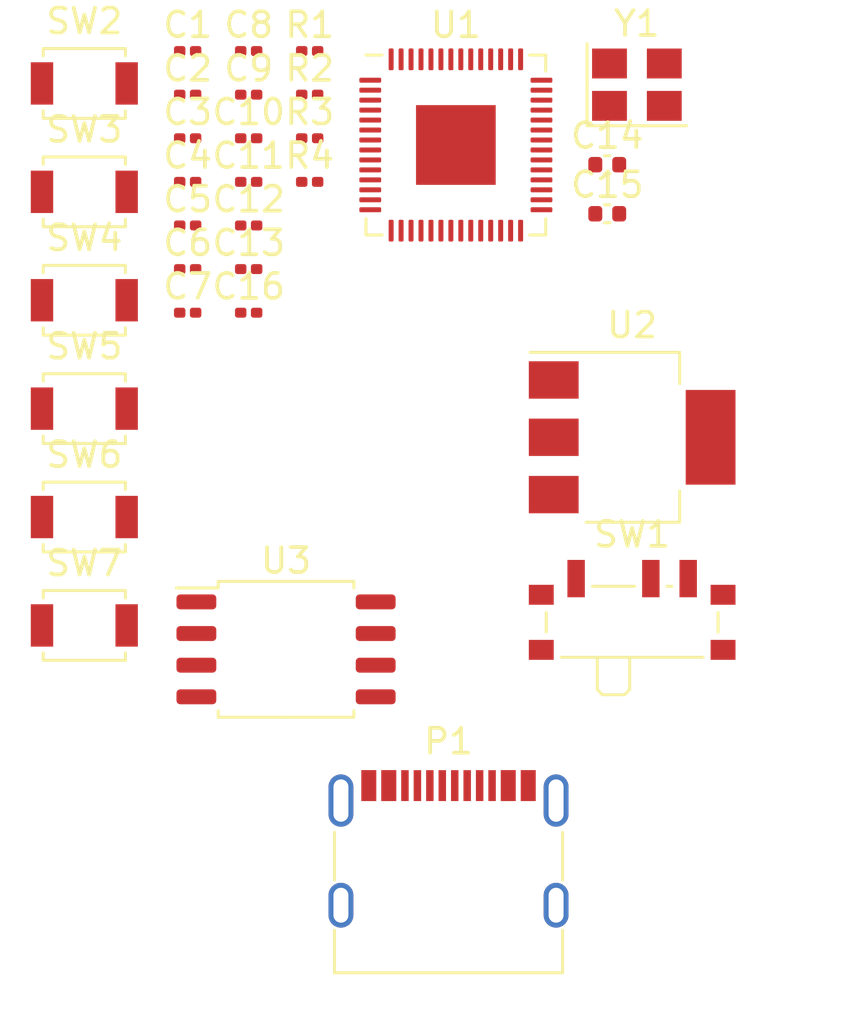
<source format=kicad_pcb>
(kicad_pcb (version 20221018) (generator pcbnew)
  (layers (0 "F.Cu" signal) (31 "B.Cu" signal) (34 "B.Paste" user) (35 "F.Paste" user) (36 "B.SilkS" user "B.Silkscreen") (37 "F.SilkS" user "F.Silkscreen") (38 "B.Mask" user) (39 "F.Mask" user) (44 "Edge.Cuts" user))
  (net 0 "")
  (net 1 "+1V1")
  (net 2 "GND")
  (net 3 "+3.3V")
  (net 4 "Net-(U1-XIN)")
  (net 5 "Net-(U1-XOUT)")
  (net 6 "VBUS")
  (net 7 "Net-(P1-CC)")
  (net 9 "Net-(U1-USB_DP)")
  (net 10 "USB_D+")
  (net 11 "Net-(U1-USB_DM)")
  (net 12 "USB_D-")
  (net 13 "Net-(SW1-B)")
  (net 14 "Net-(U1-QSPI_SS)")
  (net 15 "Net-(SW2-B)")
  (net 16 "Net-(SW3-B)")
  (net 17 "Net-(SW4-B)")
  (net 18 "Net-(SW5-B)")
  (net 19 "Net-(SW6-B)")
  (net 20 "Net-(SW7-B)")
  (net 48 "Net-(U1-QSPI_SD3)")
  (net 49 "Net-(U1-QSPI_SCLK)")
  (net 50 "Net-(U1-QSPI_SD0)")
  (net 51 "Net-(U1-QSPI_SD2)")
  (net 52 "Net-(U1-QSPI_SD1)")
  (footprint "Package_DFN_QFN:QFN-56-1EP_7x7mm_P0.4mm_EP3.2x3.2mm" (layer "F.Cu") (at 63.795 33.5675)
    (fp_text reference "U1" (at 0 -4.82) (layer "F.SilkS"))
    (fp_text value "RP2040")
    (fp_line (start -3.61 3.61) (end -3.61 2.96) (stroke (width 0.12)) (layer "F.SilkS"))
    (fp_line (start -2.96 -3.61) (end -3.61 -3.61) (stroke (width 0.12)) (layer "F.SilkS"))
    (fp_line (start -2.96 3.61) (end -3.61 3.61) (stroke (width 0.12)) (layer "F.SilkS"))
    (fp_line (start 2.96 -3.61) (end 3.61 -3.61) (stroke (width 0.12)) (layer "F.SilkS"))
    (fp_line (start 2.96 3.61) (end 3.61 3.61) (stroke (width 0.12)) (layer "F.SilkS"))
    (fp_line (start 3.61 -3.61) (end 3.61 -2.96) (stroke (width 0.12)) (layer "F.SilkS"))
    (fp_line (start 3.61 3.61) (end 3.61 2.96) (stroke (width 0.12)) (layer "F.SilkS"))
    (pad "1" smd roundrect (at -3.4375 -2.6) (size 0.875 0.2) (layers "F.Cu" "F.Paste" "F.Mask") (net 3 "+3.3V"))
    (pad "2" smd roundrect (at -3.4375 -2.2) (size 0.875 0.2) (layers "F.Cu" "F.Paste" "F.Mask") (net 15 "Net-(SW2-B)"))
    (pad "3" smd roundrect (at -3.4375 -1.8) (size 0.875 0.2) (layers "F.Cu" "F.Paste" "F.Mask") (net 16 "Net-(SW3-B)"))
    (pad "4" smd roundrect (at -3.4375 -1.4) (size 0.875 0.2) (layers "F.Cu" "F.Paste" "F.Mask") (net 17 "Net-(SW4-B)"))
    (pad "5" smd roundrect (at -3.4375 -1) (size 0.875 0.2) (layers "F.Cu" "F.Paste" "F.Mask") (net 18 "Net-(SW5-B)"))
    (pad "6" smd roundrect (at -3.4375 -0.6) (size 0.875 0.2) (layers "F.Cu" "F.Paste" "F.Mask") (net 19 "Net-(SW6-B)"))
    (pad "7" smd roundrect (at -3.4375 -0.2) (size 0.875 0.2) (layers "F.Cu" "F.Paste" "F.Mask") (net 20 "Net-(SW7-B)"))
    (pad "8" smd roundrect (at -3.4375 0.2) (size 0.875 0.2) (layers "F.Cu" "F.Paste" "F.Mask"))
    (pad "9" smd roundrect (at -3.4375 0.6) (size 0.875 0.2) (layers "F.Cu" "F.Paste" "F.Mask"))
    (pad "10" smd roundrect (at -3.4375 1) (size 0.875 0.2) (layers "F.Cu" "F.Paste" "F.Mask") (net 3 "+3.3V"))
    (pad "11" smd roundrect (at -3.4375 1.4) (size 0.875 0.2) (layers "F.Cu" "F.Paste" "F.Mask"))
    (pad "12" smd roundrect (at -3.4375 1.8) (size 0.875 0.2) (layers "F.Cu" "F.Paste" "F.Mask"))
    (pad "13" smd roundrect (at -3.4375 2.2) (size 0.875 0.2) (layers "F.Cu" "F.Paste" "F.Mask"))
    (pad "14" smd roundrect (at -3.4375 2.6) (size 0.875 0.2) (layers "F.Cu" "F.Paste" "F.Mask"))
    (pad "15" smd roundrect (at -2.6 3.4375) (size 0.2 0.875) (layers "F.Cu" "F.Paste" "F.Mask"))
    (pad "16" smd roundrect (at -2.2 3.4375) (size 0.2 0.875) (layers "F.Cu" "F.Paste" "F.Mask"))
    (pad "17" smd roundrect (at -1.8 3.4375) (size 0.2 0.875) (layers "F.Cu" "F.Paste" "F.Mask"))
    (pad "18" smd roundrect (at -1.4 3.4375) (size 0.2 0.875) (layers "F.Cu" "F.Paste" "F.Mask"))
    (pad "19" smd roundrect (at -1 3.4375) (size 0.2 0.875) (layers "F.Cu" "F.Paste" "F.Mask") (net 2 "GND"))
    (pad "20" smd roundrect (at -0.6 3.4375) (size 0.2 0.875) (layers "F.Cu" "F.Paste" "F.Mask") (net 4 "Net-(U1-XIN)"))
    (pad "21" smd roundrect (at -0.2 3.4375) (size 0.2 0.875) (layers "F.Cu" "F.Paste" "F.Mask") (net 5 "Net-(U1-XOUT)"))
    (pad "22" smd roundrect (at 0.2 3.4375) (size 0.2 0.875) (layers "F.Cu" "F.Paste" "F.Mask") (net 3 "+3.3V"))
    (pad "23" smd roundrect (at 0.6 3.4375) (size 0.2 0.875) (layers "F.Cu" "F.Paste" "F.Mask") (net 1 "+1V1"))
    (pad "24" smd roundrect (at 1 3.4375) (size 0.2 0.875) (layers "F.Cu" "F.Paste" "F.Mask"))
    (pad "25" smd roundrect (at 1.4 3.4375) (size 0.2 0.875) (layers "F.Cu" "F.Paste" "F.Mask"))
    (pad "26" smd roundrect (at 1.8 3.4375) (size 0.2 0.875) (layers "F.Cu" "F.Paste" "F.Mask"))
    (pad "27" smd roundrect (at 2.2 3.4375) (size 0.2 0.875) (layers "F.Cu" "F.Paste" "F.Mask"))
    (pad "28" smd roundrect (at 2.6 3.4375) (size 0.2 0.875) (layers "F.Cu" "F.Paste" "F.Mask"))
    (pad "29" smd roundrect (at 3.4375 2.6) (size 0.875 0.2) (layers "F.Cu" "F.Paste" "F.Mask"))
    (pad "30" smd roundrect (at 3.4375 2.2) (size 0.875 0.2) (layers "F.Cu" "F.Paste" "F.Mask"))
    (pad "31" smd roundrect (at 3.4375 1.8) (size 0.875 0.2) (layers "F.Cu" "F.Paste" "F.Mask"))
    (pad "32" smd roundrect (at 3.4375 1.4) (size 0.875 0.2) (layers "F.Cu" "F.Paste" "F.Mask"))
    (pad "33" smd roundrect (at 3.4375 1) (size 0.875 0.2) (layers "F.Cu" "F.Paste" "F.Mask") (net 3 "+3.3V"))
    (pad "34" smd roundrect (at 3.4375 0.6) (size 0.875 0.2) (layers "F.Cu" "F.Paste" "F.Mask"))
    (pad "35" smd roundrect (at 3.4375 0.2) (size 0.875 0.2) (layers "F.Cu" "F.Paste" "F.Mask"))
    (pad "36" smd roundrect (at 3.4375 -0.2) (size 0.875 0.2) (layers "F.Cu" "F.Paste" "F.Mask"))
    (pad "37" smd roundrect (at 3.4375 -0.6) (size 0.875 0.2) (layers "F.Cu" "F.Paste" "F.Mask"))
    (pad "38" smd roundrect (at 3.4375 -1) (size 0.875 0.2) (layers "F.Cu" "F.Paste" "F.Mask"))
    (pad "39" smd roundrect (at 3.4375 -1.4) (size 0.875 0.2) (layers "F.Cu" "F.Paste" "F.Mask"))
    (pad "40" smd roundrect (at 3.4375 -1.8) (size 0.875 0.2) (layers "F.Cu" "F.Paste" "F.Mask"))
    (pad "41" smd roundrect (at 3.4375 -2.2) (size 0.875 0.2) (layers "F.Cu" "F.Paste" "F.Mask"))
    (pad "42" smd roundrect (at 3.4375 -2.6) (size 0.875 0.2) (layers "F.Cu" "F.Paste" "F.Mask") (net 3 "+3.3V"))
    (pad "43" smd roundrect (at 2.6 -3.4375) (size 0.2 0.875) (layers "F.Cu" "F.Paste" "F.Mask") (net 3 "+3.3V"))
    (pad "44" smd roundrect (at 2.2 -3.4375) (size 0.2 0.875) (layers "F.Cu" "F.Paste" "F.Mask") (net 3 "+3.3V"))
    (pad "45" smd roundrect (at 1.8 -3.4375) (size 0.2 0.875) (layers "F.Cu" "F.Paste" "F.Mask") (net 1 "+1V1"))
    (pad "46" smd roundrect (at 1.4 -3.4375) (size 0.2 0.875) (layers "F.Cu" "F.Paste" "F.Mask") (net 11 "Net-(U1-USB_DM)"))
    (pad "47" smd roundrect (at 1 -3.4375) (size 0.2 0.875) (layers "F.Cu" "F.Paste" "F.Mask") (net 9 "Net-(U1-USB_DP)"))
    (pad "48" smd roundrect (at 0.6 -3.4375) (size 0.2 0.875) (layers "F.Cu" "F.Paste" "F.Mask") (net 3 "+3.3V"))
    (pad "49" smd roundrect (at 0.2 -3.4375) (size 0.2 0.875) (layers "F.Cu" "F.Paste" "F.Mask") (net 3 "+3.3V"))
    (pad "50" smd roundrect (at -0.2 -3.4375) (size 0.2 0.875) (layers "F.Cu" "F.Paste" "F.Mask") (net 1 "+1V1"))
    (pad "51" smd roundrect (at -0.6 -3.4375) (size 0.2 0.875) (layers "F.Cu" "F.Paste" "F.Mask") (net 48 "Net-(U1-QSPI_SD3)"))
    (pad "52" smd roundrect (at -1 -3.4375) (size 0.2 0.875) (layers "F.Cu" "F.Paste" "F.Mask") (net 49 "Net-(U1-QSPI_SCLK)"))
    (pad "53" smd roundrect (at -1.4 -3.4375) (size 0.2 0.875) (layers "F.Cu" "F.Paste" "F.Mask") (net 50 "Net-(U1-QSPI_SD0)"))
    (pad "54" smd roundrect (at -1.8 -3.4375) (size 0.2 0.875) (layers "F.Cu" "F.Paste" "F.Mask") (net 51 "Net-(U1-QSPI_SD2)"))
    (pad "55" smd roundrect (at -2.2 -3.4375) (size 0.2 0.875) (layers "F.Cu" "F.Paste" "F.Mask") (net 52 "Net-(U1-QSPI_SD1)"))
    (pad "56" smd roundrect (at -2.6 -3.4375) (size 0.2 0.875) (layers "F.Cu" "F.Paste" "F.Mask") (net 14 "Net-(U1-QSPI_SS)"))
    (pad "57" smd rect (at 0 0) (size 3.2 3.2) (layers "F.Cu" "F.Mask") (net 2 "GND"))
  )
  (footprint "Capacitor_SMD:C_0201_0603Metric" (layer "F.Cu") (at 55.475 33.2975)
    (fp_text reference "C10" (at 0 -1.05) (layer "F.SilkS"))
    (fp_text value "1u")
    (pad "1" smd roundrect (at -0.32 0) (size 0.46 0.4) (layers "F.Cu" "F.Mask") (net 3 "+3.3V"))
    (pad "2" smd roundrect (at 0.32 0) (size 0.46 0.4) (layers "F.Cu" "F.Mask") (net 2 "GND"))
  )
  (footprint "Capacitor_SMD:C_0201_0603Metric" (layer "F.Cu") (at 53.025 33.2975)
    (fp_text reference "C3" (at 0 -1.05) (layer "F.SilkS"))
    (fp_text value "100n")
    (pad "1" smd roundrect (at -0.32 0) (size 0.46 0.4) (layers "F.Cu" "F.Mask") (net 3 "+3.3V"))
    (pad "2" smd roundrect (at 0.32 0) (size 0.46 0.4) (layers "F.Cu" "F.Mask") (net 2 "GND"))
  )
  (footprint "Resistor_SMD:R_0201_0603Metric" (layer "F.Cu") (at 57.925 35.0475)
    (fp_text reference "R4" (at 0 -1.05) (layer "F.SilkS"))
    (fp_text value "1k")
    (pad "1" smd roundrect (at -0.32 0) (size 0.46 0.4) (layers "F.Cu" "F.Mask") (net 13 "Net-(SW1-B)"))
    (pad "2" smd roundrect (at 0.32 0) (size 0.46 0.4) (layers "F.Cu" "F.Mask") (net 14 "Net-(U1-QSPI_SS)"))
  )
  (footprint "Capacitor_SMD:C_0201_0603Metric" (layer "F.Cu") (at 53.025 29.7975)
    (fp_text reference "C1" (at 0 -1.05) (layer "F.SilkS"))
    (fp_text value "100n")
    (pad "1" smd roundrect (at -0.32 0) (size 0.46 0.4) (layers "F.Cu" "F.Mask") (net 1 "+1V1"))
    (pad "2" smd roundrect (at 0.32 0) (size 0.46 0.4) (layers "F.Cu" "F.Mask") (net 2 "GND"))
  )
  (footprint "Button_Switch_SMD:SW_SPST_B3U-1000P" (layer "F.Cu") (at 48.875 39.7975)
    (fp_text reference "SW4" (at 0 -2.5) (layer "F.SilkS"))
    (fp_text value "SW_SPST")
    (fp_line (start -1.65 -1.4) (end 1.65 -1.4) (stroke (width 0.12)) (layer "F.SilkS"))
    (fp_line (start -1.65 -1.1) (end -1.65 -1.4) (stroke (width 0.12)) (layer "F.SilkS"))
    (fp_line (start -1.65 1.1) (end -1.65 1.4) (stroke (width 0.12)) (layer "F.SilkS"))
    (fp_line (start -1.65 1.4) (end 1.65 1.4) (stroke (width 0.12)) (layer "F.SilkS"))
    (fp_line (start 1.65 -1.4) (end 1.65 -1.1) (stroke (width 0.12)) (layer "F.SilkS"))
    (fp_line (start 1.65 1.4) (end 1.65 1.1) (stroke (width 0.12)) (layer "F.SilkS"))
    (pad "1" smd rect (at -1.7 0) (size 0.9 1.7) (layers "F.Cu" "F.Paste" "F.Mask") (net 2 "GND"))
    (pad "2" smd rect (at 1.7 0) (size 0.9 1.7) (layers "F.Cu" "F.Paste" "F.Mask") (net 17 "Net-(SW4-B)"))
  )
  (footprint "Connector_USB:USB_C_Receptacle_G-Switch_GT-USB-7010ASV" (layer "F.Cu") (at 63.5 63)
    (fp_text reference "P1" (at 0 -5.5) (layer "F.SilkS"))
    (fp_text value "USB_C_Plug_USB2.0")
    (fp_line (start -4.58 -1.85) (end -4.58 0.07) (stroke (width 0.12)) (layer "F.SilkS"))
    (fp_line (start -4.58 3.785) (end -4.58 2.08) (stroke (width 0.12)) (layer "F.SilkS"))
    (fp_line (start 4.58 0.07) (end 4.58 -1.85) (stroke (width 0.12)) (layer "F.SilkS"))
    (fp_line (start 4.58 2.08) (end 4.58 3.785) (stroke (width 0.12)) (layer "F.SilkS"))
    (fp_line (start 4.58 3.785) (end -4.58 3.785) (stroke (width 0.12)) (layer "F.SilkS"))
    (pad "" np_thru_hole circle (at -2.89 -2.605) (size 0.65 0.65) (drill 0.65) (layers "*.Cu" "*.Mask"))
    (pad "" np_thru_hole circle (at 2.89 -2.605) (size 0.65 0.65) (drill 0.65) (layers "*.Cu" "*.Mask"))
    (pad "A1" smd rect (at -3.2 -3.725) (size 0.6 1.24) (layers "F.Cu" "F.Paste" "F.Mask") (net 2 "GND"))
    (pad "A4" smd rect (at -2.4 -3.725) (size 0.6 1.24) (layers "F.Cu" "F.Paste" "F.Mask") (net 6 "VBUS"))
    (pad "A5" smd rect (at -1.25 -3.725) (size 0.3 1.24) (layers "F.Cu" "F.Paste" "F.Mask") (net 7 "Net-(P1-CC)"))
    (pad "A6" smd rect (at -0.25 -3.725) (size 0.3 1.24) (layers "F.Cu" "F.Paste" "F.Mask") (net 10 "USB_D+"))
    (pad "A7" smd rect (at 0.25 -3.725) (size 0.3 1.24) (layers "F.Cu" "F.Paste" "F.Mask") (net 12 "USB_D-"))
    (pad "A8" smd rect (at 1.25 -3.725) (size 0.3 1.24) (layers "F.Cu" "F.Paste" "F.Mask"))
    (pad "A9" smd rect (at 2.4 -3.725) (size 0.6 1.24) (layers "F.Cu" "F.Paste" "F.Mask") (net 6 "VBUS"))
    (pad "A12" smd rect (at 3.2 -3.725) (size 0.6 1.24) (layers "F.Cu" "F.Paste" "F.Mask") (net 2 "GND"))
    (pad "B1" smd rect (at 3.2 -3.725) (size 0.6 1.24) (layers "F.Cu" "F.Paste" "F.Mask") (net 2 "GND"))
    (pad "B4" smd rect (at 2.4 -3.725) (size 0.6 1.24) (layers "F.Cu" "F.Paste" "F.Mask") (net 6 "VBUS"))
    (pad "B5" smd rect (at 1.75 -3.725) (size 0.3 1.24) (layers "F.Cu" "F.Paste" "F.Mask"))
    (pad "B6" smd rect (at 0.75 -3.725) (size 0.3 1.24) (layers "F.Cu" "F.Paste" "F.Mask"))
    (pad "B7" smd rect (at -0.75 -3.725) (size 0.3 1.24) (layers "F.Cu" "F.Paste" "F.Mask"))
    (pad "B8" smd rect (at -1.75 -3.725) (size 0.3 1.24) (layers "F.Cu" "F.Paste" "F.Mask"))
    (pad "B9" smd rect (at -2.4 -3.725) (size 0.6 1.24) (layers "F.Cu" "F.Paste" "F.Mask") (net 6 "VBUS"))
    (pad "B12" smd rect (at -3.2 -3.725) (size 0.6 1.24) (layers "F.Cu" "F.Paste" "F.Mask") (net 2 "GND"))
    (pad "S1" thru_hole oval (at -4.32 -3.125) (size 1 2.1) (drill oval 0.6 1.7) (layers "*.Cu" "*.Mask") (net 2 "GND"))
    (pad "S1" thru_hole oval (at -4.32 1.075) (size 1 1.8) (drill oval 0.6 1.4) (layers "*.Cu" "*.Mask") (net 2 "GND"))
    (pad "S1" thru_hole oval (at 4.32 -3.125) (size 1 2.1) (drill oval 0.6 1.7) (layers "*.Cu" "*.Mask") (net 2 "GND"))
    (pad "S1" thru_hole oval (at 4.32 1.075) (size 1 1.8) (drill oval 0.6 1.4) (layers "*.Cu" "*.Mask") (net 2 "GND"))
  )
  (footprint "Button_Switch_SMD:SW_SPST_B3U-1000P" (layer "F.Cu") (at 48.875 48.4975)
    (fp_text reference "SW6" (at 0 -2.5) (layer "F.SilkS"))
    (fp_text value "SW_SPST")
    (fp_line (start -1.65 -1.4) (end 1.65 -1.4) (stroke (width 0.12)) (layer "F.SilkS"))
    (fp_line (start -1.65 -1.1) (end -1.65 -1.4) (stroke (width 0.12)) (layer "F.SilkS"))
    (fp_line (start -1.65 1.1) (end -1.65 1.4) (stroke (width 0.12)) (layer "F.SilkS"))
    (fp_line (start -1.65 1.4) (end 1.65 1.4) (stroke (width 0.12)) (layer "F.SilkS"))
    (fp_line (start 1.65 -1.4) (end 1.65 -1.1) (stroke (width 0.12)) (layer "F.SilkS"))
    (fp_line (start 1.65 1.4) (end 1.65 1.1) (stroke (width 0.12)) (layer "F.SilkS"))
    (pad "1" smd rect (at -1.7 0) (size 0.9 1.7) (layers "F.Cu" "F.Paste" "F.Mask") (net 2 "GND"))
    (pad "2" smd rect (at 1.7 0) (size 0.9 1.7) (layers "F.Cu" "F.Paste" "F.Mask") (net 19 "Net-(SW6-B)"))
  )
  (footprint "Capacitor_SMD:C_0201_0603Metric" (layer "F.Cu") (at 53.025 31.5475)
    (fp_text reference "C2" (at 0 -1.05) (layer "F.SilkS"))
    (fp_text value "100n")
    (pad "1" smd roundrect (at -0.32 0) (size 0.46 0.4) (layers "F.Cu" "F.Mask") (net 1 "+1V1"))
    (pad "2" smd roundrect (at 0.32 0) (size 0.46 0.4) (layers "F.Cu" "F.Mask") (net 2 "GND"))
  )
  (footprint "Capacitor_SMD:C_0201_0603Metric" (layer "F.Cu") (at 53.025 35.0475)
    (fp_text reference "C4" (at 0 -1.05) (layer "F.SilkS"))
    (fp_text value "100n")
    (pad "1" smd roundrect (at -0.32 0) (size 0.46 0.4) (layers "F.Cu" "F.Mask") (net 3 "+3.3V"))
    (pad "2" smd roundrect (at 0.32 0) (size 0.46 0.4) (layers "F.Cu" "F.Mask") (net 2 "GND"))
  )
  (footprint "Resistor_SMD:R_0201_0603Metric" (layer "F.Cu") (at 57.925 33.2975)
    (fp_text reference "R3" (at 0 -1.05) (layer "F.SilkS"))
    (fp_text value "5.1k")
    (pad "1" smd roundrect (at -0.32 0) (size 0.46 0.4) (layers "F.Cu" "F.Mask") (net 7 "Net-(P1-CC)"))
    (pad "2" smd roundrect (at 0.32 0) (size 0.46 0.4) (layers "F.Cu" "F.Mask") (net 2 "GND"))
  )
  (footprint "Capacitor_SMD:C_0201_0603Metric" (layer "F.Cu") (at 55.475 36.7975)
    (fp_text reference "C12" (at 0 -1.05) (layer "F.SilkS"))
    (fp_text value "27p")
    (pad "1" smd roundrect (at -0.32 0) (size 0.46 0.4) (layers "F.Cu" "F.Mask") (net 2 "GND"))
    (pad "2" smd roundrect (at 0.32 0) (size 0.46 0.4) (layers "F.Cu" "F.Mask") (net 4 "Net-(U1-XIN)"))
  )
  (footprint "Button_Switch_SMD:SW_SPST_B3U-1000P" (layer "F.Cu") (at 48.875 31.0975)
    (fp_text reference "SW2" (at 0 -2.5) (layer "F.SilkS"))
    (fp_text value "SW_SPST")
    (fp_line (start -1.65 -1.4) (end 1.65 -1.4) (stroke (width 0.12)) (layer "F.SilkS"))
    (fp_line (start -1.65 -1.1) (end -1.65 -1.4) (stroke (width 0.12)) (layer "F.SilkS"))
    (fp_line (start -1.65 1.1) (end -1.65 1.4) (stroke (width 0.12)) (layer "F.SilkS"))
    (fp_line (start -1.65 1.4) (end 1.65 1.4) (stroke (width 0.12)) (layer "F.SilkS"))
    (fp_line (start 1.65 -1.4) (end 1.65 -1.1) (stroke (width 0.12)) (layer "F.SilkS"))
    (fp_line (start 1.65 1.4) (end 1.65 1.1) (stroke (width 0.12)) (layer "F.SilkS"))
    (pad "1" smd rect (at -1.7 0) (size 0.9 1.7) (layers "F.Cu" "F.Paste" "F.Mask") (net 2 "GND"))
    (pad "2" smd rect (at 1.7 0) (size 0.9 1.7) (layers "F.Cu" "F.Paste" "F.Mask") (net 15 "Net-(SW2-B)"))
  )
  (footprint "Capacitor_SMD:C_0201_0603Metric" (layer "F.Cu") (at 55.475 35.0475)
    (fp_text reference "C11" (at 0 -1.05) (layer "F.SilkS"))
    (fp_text value "1u")
    (pad "1" smd roundrect (at -0.32 0) (size 0.46 0.4) (layers "F.Cu" "F.Mask") (net 1 "+1V1"))
    (pad "2" smd roundrect (at 0.32 0) (size 0.46 0.4) (layers "F.Cu" "F.Mask") (net 2 "GND"))
  )
  (footprint "Capacitor_SMD:C_0201_0603Metric" (layer "F.Cu") (at 55.475 40.2975)
    (fp_text reference "C16" (at 0 -1.05) (layer "F.SilkS"))
    (fp_text value "100n")
    (pad "1" smd roundrect (at -0.32 0) (size 0.46 0.4) (layers "F.Cu" "F.Mask") (net 3 "+3.3V"))
    (pad "2" smd roundrect (at 0.32 0) (size 0.46 0.4) (layers "F.Cu" "F.Mask") (net 2 "GND"))
  )
  (footprint "Capacitor_SMD:C_0201_0603Metric" (layer "F.Cu") (at 55.475 29.7975)
    (fp_text reference "C8" (at 0 -1.05) (layer "F.SilkS"))
    (fp_text value "100n")
    (pad "1" smd roundrect (at -0.32 0) (size 0.46 0.4) (layers "F.Cu" "F.Mask") (net 3 "+3.3V"))
    (pad "2" smd roundrect (at 0.32 0) (size 0.46 0.4) (layers "F.Cu" "F.Mask") (net 2 "GND"))
  )
  (footprint "Capacitor_SMD:C_0201_0603Metric" (layer "F.Cu") (at 53.025 40.2975)
    (fp_text reference "C7" (at 0 -1.05) (layer "F.SilkS"))
    (fp_text value "100n")
    (pad "1" smd roundrect (at -0.32 0) (size 0.46 0.4) (layers "F.Cu" "F.Mask") (net 3 "+3.3V"))
    (pad "2" smd roundrect (at 0.32 0) (size 0.46 0.4) (layers "F.Cu" "F.Mask") (net 2 "GND"))
  )
  (footprint "Resistor_SMD:R_0201_0603Metric" (layer "F.Cu") (at 57.925 31.5475)
    (fp_text reference "R2" (at 0 -1.05) (layer "F.SilkS"))
    (fp_text value "27.4")
    (pad "1" smd roundrect (at -0.32 0) (size 0.46 0.4) (layers "F.Cu" "F.Mask") (net 11 "Net-(U1-USB_DM)"))
    (pad "2" smd roundrect (at 0.32 0) (size 0.46 0.4) (layers "F.Cu" "F.Mask") (net 12 "USB_D-"))
  )
  (footprint "Crystal:Crystal_SMD_3225-4Pin_3.2x2.5mm" (layer "F.Cu") (at 71.065 31.1475)
    (fp_text reference "Y1" (at 0 -2.45) (layer "F.SilkS"))
    (fp_text value "12MHz")
    (fp_line (start -2 -1.65) (end -2 1.65) (stroke (width 0.12)) (layer "F.SilkS"))
    (fp_line (start -2 1.65) (end 2 1.65) (stroke (width 0.12)) (layer "F.SilkS"))
    (pad "1" smd rect (at -1.1 0.85) (size 1.4 1.2) (layers "F.Cu" "F.Paste" "F.Mask") (net 5 "Net-(U1-XOUT)"))
    (pad "2" smd rect (at 1.1 0.85) (size 1.4 1.2) (layers "F.Cu" "F.Paste" "F.Mask") (net 2 "GND"))
    (pad "3" smd rect (at 1.1 -0.85) (size 1.4 1.2) (layers "F.Cu" "F.Paste" "F.Mask") (net 4 "Net-(U1-XIN)"))
    (pad "4" smd rect (at -1.1 -0.85) (size 1.4 1.2) (layers "F.Cu" "F.Paste" "F.Mask") (net 2 "GND"))
  )
  (footprint "Capacitor_SMD:C_0402_1005Metric" (layer "F.Cu") (at 69.875 34.3575)
    (fp_text reference "C14" (at 0 -1.16) (layer "F.SilkS"))
    (fp_text value "10u")
    (fp_line (start -0.107836 -0.36) (end 0.107836 -0.36) (stroke (width 0.12)) (layer "F.SilkS"))
    (fp_line (start -0.107836 0.36) (end 0.107836 0.36) (stroke (width 0.12)) (layer "F.SilkS"))
    (pad "1" smd roundrect (at -0.48 0) (size 0.56 0.62) (layers "F.Cu" "F.Paste" "F.Mask") (net 3 "+3.3V"))
    (pad "2" smd roundrect (at 0.48 0) (size 0.56 0.62) (layers "F.Cu" "F.Paste" "F.Mask") (net 2 "GND"))
  )
  (footprint "Capacitor_SMD:C_0201_0603Metric" (layer "F.Cu") (at 55.475 38.5475)
    (fp_text reference "C13" (at 0 -1.05) (layer "F.SilkS"))
    (fp_text value "27p")
    (pad "1" smd roundrect (at -0.32 0) (size 0.46 0.4) (layers "F.Cu" "F.Mask") (net 2 "GND"))
    (pad "2" smd roundrect (at 0.32 0) (size 0.46 0.4) (layers "F.Cu" "F.Mask") (net 5 "Net-(U1-XOUT)"))
  )
  (footprint "Capacitor_SMD:C_0402_1005Metric" (layer "F.Cu") (at 69.875 36.3275)
    (fp_text reference "C15" (at 0 -1.16) (layer "F.SilkS"))
    (fp_text value "10u")
    (fp_line (start -0.107836 -0.36) (end 0.107836 -0.36) (stroke (width 0.12)) (layer "F.SilkS"))
    (fp_line (start -0.107836 0.36) (end 0.107836 0.36) (stroke (width 0.12)) (layer "F.SilkS"))
    (pad "1" smd roundrect (at -0.48 0) (size 0.56 0.62) (layers "F.Cu" "F.Paste" "F.Mask") (net 6 "VBUS"))
    (pad "2" smd roundrect (at 0.48 0) (size 0.56 0.62) (layers "F.Cu" "F.Paste" "F.Mask") (net 2 "GND"))
  )
  (footprint "Capacitor_SMD:C_0201_0603Metric" (layer "F.Cu") (at 53.025 38.5475)
    (fp_text reference "C6" (at 0 -1.05) (layer "F.SilkS"))
    (fp_text value "100n")
    (pad "1" smd roundrect (at -0.32 0) (size 0.46 0.4) (layers "F.Cu" "F.Mask") (net 3 "+3.3V"))
    (pad "2" smd roundrect (at 0.32 0) (size 0.46 0.4) (layers "F.Cu" "F.Mask") (net 2 "GND"))
  )
  (footprint "Button_Switch_SMD:SW_SPDT_PCM12" (layer "F.Cu") (at 70.875 52.3975)
    (fp_text reference "SW1" (at 0 -3.2) (layer "F.SilkS"))
    (fp_text value "SW_SPST")
    (fp_line (start -3.45 -0.07) (end -3.45 0.72) (stroke (width 0.12)) (layer "F.SilkS"))
    (fp_line (start -2.85 1.73) (end 2.85 1.73) (stroke (width 0.12)) (layer "F.SilkS"))
    (fp_line (start -1.6 -1.12) (end 0.1 -1.12) (stroke (width 0.12)) (layer "F.SilkS"))
    (fp_line (start -1.4 1.73) (end -1.4 3.02) (stroke (width 0.12)) (layer "F.SilkS"))
    (fp_line (start -1.4 3.02) (end -1.2 3.23) (stroke (width 0.12)) (layer "F.SilkS"))
    (fp_line (start -1.2 3.23) (end -0.3 3.23) (stroke (width 0.12)) (layer "F.SilkS"))
    (fp_line (start -0.1 3.02) (end -0.3 3.23) (stroke (width 0.12)) (layer "F.SilkS"))
    (fp_line (start -0.1 3.02) (end -0.1 1.73) (stroke (width 0.12)) (layer "F.SilkS"))
    (fp_line (start 1.4 -1.12) (end 1.6 -1.12) (stroke (width 0.12)) (layer "F.SilkS"))
    (fp_line (start 3.45 0.72) (end 3.45 -0.07) (stroke (width 0.12)) (layer "F.SilkS"))
    (pad "" smd rect (at -3.65 -0.78) (size 1 0.8) (layers "F.Cu" "F.Paste" "F.Mask"))
    (pad "" smd rect (at -3.65 1.43) (size 1 0.8) (layers "F.Cu" "F.Paste" "F.Mask"))
    (pad "" np_thru_hole circle (at -1.5 0.33) (size 0.9 0.9) (drill 0.9) (layers "*.Cu" "*.Mask"))
    (pad "" np_thru_hole circle (at 1.5 0.33) (size 0.9 0.9) (drill 0.9) (layers "*.Cu" "*.Mask"))
    (pad "" smd rect (at 3.65 -0.78) (size 1 0.8) (layers "F.Cu" "F.Paste" "F.Mask"))
    (pad "" smd rect (at 3.65 1.43) (size 1 0.8) (layers "F.Cu" "F.Paste" "F.Mask"))
    (pad "1" smd rect (at -2.25 -1.43) (size 0.7 1.5) (layers "F.Cu" "F.Paste" "F.Mask") (net 2 "GND"))
    (pad "2" smd rect (at 0.75 -1.43) (size 0.7 1.5) (layers "F.Cu" "F.Paste" "F.Mask") (net 13 "Net-(SW1-B)"))
    (pad "3" smd rect (at 2.25 -1.43) (size 0.7 1.5) (layers "F.Cu" "F.Paste" "F.Mask"))
  )
  (footprint "Capacitor_SMD:C_0201_0603Metric" (layer "F.Cu") (at 55.475 31.5475)
    (fp_text reference "C9" (at 0 -1.05) (layer "F.SilkS"))
    (fp_text value "100n")
    (pad "1" smd roundrect (at -0.32 0) (size 0.46 0.4) (layers "F.Cu" "F.Mask") (net 3 "+3.3V"))
    (pad "2" smd roundrect (at 0.32 0) (size 0.46 0.4) (layers "F.Cu" "F.Mask") (net 2 "GND"))
  )
  (footprint "Capacitor_SMD:C_0201_0603Metric" (layer "F.Cu") (at 53.025 36.7975)
    (fp_text reference "C5" (at 0 -1.05) (layer "F.SilkS"))
    (fp_text value "100n")
    (pad "1" smd roundrect (at -0.32 0) (size 0.46 0.4) (layers "F.Cu" "F.Mask") (net 3 "+3.3V"))
    (pad "2" smd roundrect (at 0.32 0) (size 0.46 0.4) (layers "F.Cu" "F.Mask") (net 2 "GND"))
  )
  (footprint "Package_SO:SOIC-8_5.23x5.23mm_P1.27mm" (layer "F.Cu") (at 56.975 53.8075)
    (fp_text reference "U3" (at 0 -3.56) (layer "F.SilkS"))
    (fp_text value "W25Q128JVS")
    (fp_line (start -2.725 -2.725) (end -2.725 -2.465) (stroke (width 0.12)) (layer "F.SilkS"))
    (fp_line (start -2.725 -2.465) (end -4.4 -2.465) (stroke (width 0.12)) (layer "F.SilkS"))
    (fp_line (start -2.725 2.725) (end -2.725 2.465) (stroke (width 0.12)) (layer "F.SilkS"))
    (fp_line (start 0 -2.725) (end -2.725 -2.725) (stroke (width 0.12)) (layer "F.SilkS"))
    (fp_line (start 0 -2.725) (end 2.725 -2.725) (stroke (width 0.12)) (layer "F.SilkS"))
    (fp_line (start 0 2.725) (end -2.725 2.725) (stroke (width 0.12)) (layer "F.SilkS"))
    (fp_line (start 0 2.725) (end 2.725 2.725) (stroke (width 0.12)) (layer "F.SilkS"))
    (fp_line (start 2.725 -2.725) (end 2.725 -2.465) (stroke (width 0.12)) (layer "F.SilkS"))
    (fp_line (start 2.725 2.725) (end 2.725 2.465) (stroke (width 0.12)) (layer "F.SilkS"))
    (pad "1" smd roundrect (at -3.6 -1.905) (size 1.6 0.6) (layers "F.Cu" "F.Paste" "F.Mask") (net 14 "Net-(U1-QSPI_SS)"))
    (pad "2" smd roundrect (at -3.6 -0.635) (size 1.6 0.6) (layers "F.Cu" "F.Paste" "F.Mask") (net 52 "Net-(U1-QSPI_SD1)"))
    (pad "3" smd roundrect (at -3.6 0.635) (size 1.6 0.6) (layers "F.Cu" "F.Paste" "F.Mask") (net 51 "Net-(U1-QSPI_SD2)"))
    (pad "4" smd roundrect (at -3.6 1.905) (size 1.6 0.6) (layers "F.Cu" "F.Paste" "F.Mask") (net 2 "GND"))
    (pad "5" smd roundrect (at 3.6 1.905) (size 1.6 0.6) (layers "F.Cu" "F.Paste" "F.Mask") (net 50 "Net-(U1-QSPI_SD0)"))
    (pad "6" smd roundrect (at 3.6 0.635) (size 1.6 0.6) (layers "F.Cu" "F.Paste" "F.Mask") (net 49 "Net-(U1-QSPI_SCLK)"))
    (pad "7" smd roundrect (at 3.6 -0.635) (size 1.6 0.6) (layers "F.Cu" "F.Paste" "F.Mask") (net 48 "Net-(U1-QSPI_SD3)"))
    (pad "8" smd roundrect (at 3.6 -1.905) (size 1.6 0.6) (layers "F.Cu" "F.Paste" "F.Mask") (net 3 "+3.3V"))
  )
  (footprint "Button_Switch_SMD:SW_SPST_B3U-1000P" (layer "F.Cu") (at 48.875 35.4475)
    (fp_text reference "SW3" (at 0 -2.5) (layer "F.SilkS"))
    (fp_text value "SW_SPST")
    (fp_line (start -1.65 -1.4) (end 1.65 -1.4) (stroke (width 0.12)) (layer "F.SilkS"))
    (fp_line (start -1.65 -1.1) (end -1.65 -1.4) (stroke (width 0.12)) (layer "F.SilkS"))
    (fp_line (start -1.65 1.1) (end -1.65 1.4) (stroke (width 0.12)) (layer "F.SilkS"))
    (fp_line (start -1.65 1.4) (end 1.65 1.4) (stroke (width 0.12)) (layer "F.SilkS"))
    (fp_line (start 1.65 -1.4) (end 1.65 -1.1) (stroke (width 0.12)) (layer "F.SilkS"))
    (fp_line (start 1.65 1.4) (end 1.65 1.1) (stroke (width 0.12)) (layer "F.SilkS"))
    (pad "1" smd rect (at -1.7 0) (size 0.9 1.7) (layers "F.Cu" "F.Paste" "F.Mask") (net 2 "GND"))
    (pad "2" smd rect (at 1.7 0) (size 0.9 1.7) (layers "F.Cu" "F.Paste" "F.Mask") (net 16 "Net-(SW3-B)"))
  )
  (footprint "Button_Switch_SMD:SW_SPST_B3U-1000P" (layer "F.Cu") (at 48.875 52.8475)
    (fp_text reference "SW7" (at 0 -2.5) (layer "F.SilkS"))
    (fp_text value "SW_SPST")
    (fp_line (start -1.65 -1.4) (end 1.65 -1.4) (stroke (width 0.12)) (layer "F.SilkS"))
    (fp_line (start -1.65 -1.1) (end -1.65 -1.4) (stroke (width 0.12)) (layer "F.SilkS"))
    (fp_line (start -1.65 1.1) (end -1.65 1.4) (stroke (width 0.12)) (layer "F.SilkS"))
    (fp_line (start -1.65 1.4) (end 1.65 1.4) (stroke (width 0.12)) (layer "F.SilkS"))
    (fp_line (start 1.65 -1.4) (end 1.65 -1.1) (stroke (width 0.12)) (layer "F.SilkS"))
    (fp_line (start 1.65 1.4) (end 1.65 1.1) (stroke (width 0.12)) (layer "F.SilkS"))
    (pad "1" smd rect (at -1.7 0) (size 0.9 1.7) (layers "F.Cu" "F.Paste" "F.Mask") (net 2 "GND"))
    (pad "2" smd rect (at 1.7 0) (size 0.9 1.7) (layers "F.Cu" "F.Paste" "F.Mask") (net 20 "Net-(SW7-B)"))
  )
  (footprint "Button_Switch_SMD:SW_SPST_B3U-1000P" (layer "F.Cu") (at 48.875 44.1475)
    (fp_text reference "SW5" (at 0 -2.5) (layer "F.SilkS"))
    (fp_text value "SW_SPST")
    (fp_line (start -1.65 -1.4) (end 1.65 -1.4) (stroke (width 0.12)) (layer "F.SilkS"))
    (fp_line (start -1.65 -1.1) (end -1.65 -1.4) (stroke (width 0.12)) (layer "F.SilkS"))
    (fp_line (start -1.65 1.1) (end -1.65 1.4) (stroke (width 0.12)) (layer "F.SilkS"))
    (fp_line (start -1.65 1.4) (end 1.65 1.4) (stroke (width 0.12)) (layer "F.SilkS"))
    (fp_line (start 1.65 -1.4) (end 1.65 -1.1) (stroke (width 0.12)) (layer "F.SilkS"))
    (fp_line (start 1.65 1.4) (end 1.65 1.1) (stroke (width 0.12)) (layer "F.SilkS"))
    (pad "1" smd rect (at -1.7 0) (size 0.9 1.7) (layers "F.Cu" "F.Paste" "F.Mask") (net 2 "GND"))
    (pad "2" smd rect (at 1.7 0) (size 0.9 1.7) (layers "F.Cu" "F.Paste" "F.Mask") (net 18 "Net-(SW5-B)"))
  )
  (footprint "Package_TO_SOT_SMD:SOT-223-3_TabPin2" (layer "F.Cu") (at 70.875 45.2975)
    (fp_text reference "U2" (at 0 -4.5) (layer "F.SilkS"))
    (fp_text value "NCP1117-3.3_SOT223")
    (fp_line (start -4.1 -3.41) (end 1.91 -3.41) (stroke (width 0.12)) (layer "F.SilkS"))
    (fp_line (start -1.85 3.41) (end 1.91 3.41) (stroke (width 0.12)) (layer "F.SilkS"))
    (fp_line (start 1.91 -3.41) (end 1.91 -2.15) (stroke (width 0.12)) (layer "F.SilkS"))
    (fp_line (start 1.91 3.41) (end 1.91 2.15) (stroke (width 0.12)) (layer "F.SilkS"))
    (pad "1" smd rect (at -3.15 -2.3) (size 2 1.5) (layers "F.Cu" "F.Paste" "F.Mask") (net 2 "GND"))
    (pad "2" smd rect (at -3.15 0) (size 2 1.5) (layers "F.Cu" "F.Paste" "F.Mask") (net 3 "+3.3V"))
    (pad "2" smd rect (at 3.15 0) (size 2 3.8) (layers "F.Cu" "F.Paste" "F.Mask") (net 3 "+3.3V"))
    (pad "3" smd rect (at -3.15 2.3) (size 2 1.5) (layers "F.Cu" "F.Paste" "F.Mask") (net 6 "VBUS"))
  )
  (footprint "Resistor_SMD:R_0201_0603Metric" (layer "F.Cu") (at 57.925 29.7975)
    (fp_text reference "R1" (at 0 -1.05) (layer "F.SilkS"))
    (fp_text value "27.4")
    (pad "1" smd roundrect (at -0.32 0) (size 0.46 0.4) (layers "F.Cu" "F.Mask") (net 9 "Net-(U1-USB_DP)"))
    (pad "2" smd roundrect (at 0.32 0) (size 0.46 0.4) (layers "F.Cu" "F.Mask") (net 10 "USB_D+"))
  )
)
</source>
